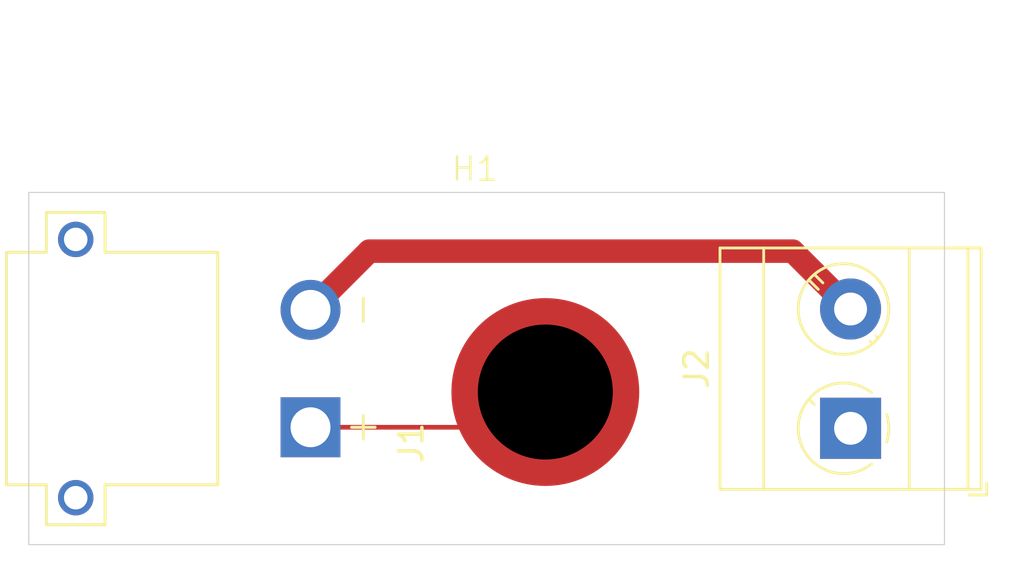
<source format=kicad_pcb>
(kicad_pcb (version 20240108) (generator "pcbnew") (generator_version "8.0")
  (layers (0 "F.Cu" signal) (1 "In1.Cu" signal) (2 "In2.Cu" signal) (31 "B.Cu" mixed) (34 "B.Paste" user) (35 "F.Paste" user) (36 "B.SilkS" user "B.Silkscreen") (37 "F.SilkS" user "F.Silkscreen") (38 "B.Mask" user) (39 "F.Mask" user) (44 "Edge.Cuts" user))
  (net 0 "")
  (net 1 "Net-(H1-Pad1)")
  (net 2 "Net-(J2-Pin_2)")
  (net 3 "Net-(J2-Pin_1)")
  (footprint "parts_footprints:hole_top" (layer "F.Cu") (at 162.5 83)
    (property "Reference" "H1" (at -3 -9.5 0) (layer "F.SilkS") (effects (font (thickness 0.1))))
    (property "Value" "MountingHole_Pad")
    (pad "" np_thru_hole circle (at 0 0) (size 8 8) (drill 5.75) (layers "*.Mask"))
    (pad "1" smd circle (at 0 0) (size 8 8) (layers "F.Cu" "F.Paste" "F.Mask") (net 1 "Net-(H1-Pad1)"))
  )
  (footprint "parts_footprints:AMASS_XT30PW-M" (layer "F.Cu") (at 142.5 82 90)
    (property "Reference" "J1" (at -3.175 14.2875 90) (layer "F.SilkS"))
    (property "Value" "XT30PW-M")
    (fp_line (start 4.95 -2.95) (end 4.95 -1.25) (stroke (width 0.127)) (layer "F.SilkS"))
    (fp_line (start -4.95 -2.95) (end 4.95 -2.95) (stroke (width 0.127)) (layer "F.SilkS"))
    (fp_line (start 6.65 -1.25) (end 6.65 1.25) (stroke (width 0.127)) (layer "F.SilkS"))
    (fp_line (start 4.95 -1.25) (end 6.65 -1.25) (stroke (width 0.127)) (layer "F.SilkS"))
    (fp_line (start -4.95 -1.25) (end -4.95 -2.95) (stroke (width 0.127)) (layer "F.SilkS"))
    (fp_line (start -6.65 -1.25) (end -4.95 -1.25) (stroke (width 0.127)) (layer "F.SilkS"))
    (fp_line (start 6.65 1.25) (end 4.95 1.25) (stroke (width 0.127)) (layer "F.SilkS"))
    (fp_line (start 4.95 1.25) (end 4.95 6.05) (stroke (width 0.127)) (layer "F.SilkS"))
    (fp_line (start -4.95 1.25) (end -6.65 1.25) (stroke (width 0.127)) (layer "F.SilkS"))
    (fp_line (start -6.65 1.25) (end -6.65 -1.25) (stroke (width 0.127)) (layer "F.SilkS"))
    (fp_line (start 4.95 6.05) (end -4.95 6.05) (stroke (width 0.127)) (layer "F.SilkS"))
    (fp_line (start -4.95 6.05) (end -4.95 1.25) (stroke (width 0.127)) (layer "F.SilkS"))
    (fp_line (start 2 12.25) (end 3 12.25) (stroke (width 0.127)) (layer "F.SilkS"))
    (fp_line (start -3 12.25) (end -2 12.25) (stroke (width 0.127)) (layer "F.SilkS"))
    (fp_line (start -2.5 12.75) (end -2.5 11.75) (stroke (width 0.127)) (layer "F.SilkS"))
    (pad "N" thru_hole circle (at 2.5 10 90) (size 2.55 2.55) (drill 1.7) (layers "*.Cu" "*.Mask") (net 2 "Net-(J2-Pin_2)"))
    (pad "P" thru_hole rect (at -2.5 10 90) (size 2.55 2.55) (drill 1.7) (layers "*.Cu" "*.Mask") (net 1 "Net-(H1-Pad1)"))
    (pad "S1" thru_hole circle (at 5.5 0 90) (size 1.508 1.508) (drill 1) (layers "*.Cu" "*.Mask"))
    (pad "S2" thru_hole circle (at -5.5 0 90) (size 1.508 1.508) (drill 1) (layers "*.Cu" "*.Mask"))
  )
  (footprint "TerminalBlock_MetzConnect:TerminalBlock_MetzConnect_Type073_RT02602HBLU_1x02_P5.08mm_Horizontal" (layer "F.Cu") (at 175.5 84.545 90)
    (property "Reference" "J2" (at 2.54 -6.56 90) (layer "F.SilkS"))
    (property "Value" "Screw_Terminal_01x02")
    (fp_line (start 7.68 -5.56) (end 7.68 5.56) (stroke (width 0.12)) (layer "F.SilkS"))
    (fp_line (start -2.6 -5.56) (end 7.68 -5.56) (stroke (width 0.12)) (layer "F.SilkS"))
    (fp_line (start -2.6 -5.56) (end -2.6 5.56) (stroke (width 0.12)) (layer "F.SilkS"))
    (fp_line (start -2.6 -3.7) (end 7.68 -3.7) (stroke (width 0.12)) (layer "F.SilkS"))
    (fp_line (start 6.309 -1.764) (end 5.918 -1.374) (stroke (width 0.12)) (layer "F.SilkS"))
    (fp_line (start 1.229 -1.764) (end 1.013 -1.549) (stroke (width 0.12)) (layer "F.SilkS"))
    (fp_line (start 6.544 -1.529) (end 6.194 -1.179) (stroke (width 0.12)) (layer "F.SilkS"))
    (fp_line (start 3.724 0.821) (end 3.617 0.928) (stroke (width 0.12)) (layer "F.SilkS"))
    (fp_line (start 3.933 1.083) (end 3.852 1.164) (stroke (width 0.12)) (layer "F.SilkS"))
    (fp_line (start -2.6 2.5) (end 7.68 2.5) (stroke (width 0.12)) (layer "F.SilkS"))
    (fp_line (start -2.6 5) (end 7.68 5) (stroke (width 0.12)) (layer "F.SilkS"))
    (fp_line (start -2.84 5.06) (end -2.84 5.8) (stroke (width 0.12)) (layer "F.SilkS"))
    (fp_line (start -2.6 5.56) (end 7.68 5.56) (stroke (width 0.12)) (layer "F.SilkS"))
    (fp_line (start -2.84 5.8) (end -2.34 5.8) (stroke (width 0.12)) (layer "F.SilkS"))
    (fp_arc (start -1.500317 -1.514609) (mid -0.000252 -2.230344) (end 1.5 -1.515) (stroke (width 0.12)) (layer "F.SilkS"))
    (fp_arc (start 1.521645 -1.488175) (mid 1.930586 -0.299476) (end 1.521 0.889) (stroke (width 0.12)) (layer "F.SilkS"))
    (fp_arc (start -1.521645 0.888175) (mid -1.930586 -0.300524) (end -1.521 -1.489) (stroke (width 0.12)) (layer "F.SilkS"))
    (fp_arc (start 0.596403 1.535539) (mid 0.301919 1.606238) (end 0 1.63) (stroke (width 0.12)) (layer "F.SilkS"))
    (fp_arc (start 5.08 1.63) (mid 5.08 -2.23) (end 5.08 1.63) (stroke (width 0.12)) (layer "F.SilkS"))
    (fp_arc (start 0.033269 1.630336) (mid -0.285785 1.609354) (end -0.597 1.536) (stroke (width 0.12)) (layer "F.SilkS"))
    (pad "1" thru_hole rect (at 0 0 90) (size 2.6 2.6) (drill 1.4) (layers "*.Cu" "*.Mask") (net 3 "Net-(J2-Pin_1)"))
    (pad "2" thru_hole circle (at 5.08 0 90) (size 2.6 2.6) (drill 1.4) (layers "*.Cu" "*.Mask") (net 2 "Net-(J2-Pin_2)"))
  )
  (gr_rect (start 140.5 74.5) (end 179.5 89.5) (stroke (width 0.05)) (fill none) (layer "Edge.Cuts"))
  (segment (start 159.439161 84.5) (end 160.219581 85.28042) (width 0.2) (layer "F.Cu") (net 1))
  (segment (start 152.5 84.5) (end 159.439161 84.5) (width 0.2) (layer "F.Cu") (net 1))
  (segment (start 155 77) (end 152.535 79.465) (width 1) (layer "F.Cu") (net 2))
  (segment (start 152.535 79.465) (end 152.5 79.5) (width 0.2) (layer "F.Cu") (net 2))
  (segment (start 173.035 77) (end 155 77) (width 1) (layer "F.Cu") (net 2))
  (segment (start 175.5 79.465) (end 173.035 77) (width 1) (layer "F.Cu") (net 2))
)
</source>
